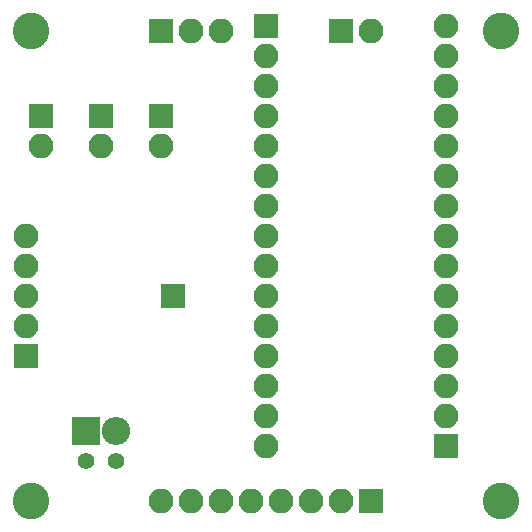
<source format=gbr>
G04 #@! TF.FileFunction,Soldermask,Bot*
%FSLAX46Y46*%
G04 Gerber Fmt 4.6, Leading zero omitted, Abs format (unit mm)*
G04 Created by KiCad (PCBNEW 4.0.5) date 08/12/17 16:39:25*
%MOMM*%
%LPD*%
G01*
G04 APERTURE LIST*
%ADD10C,0.100000*%
%ADD11R,2.100000X2.100000*%
%ADD12O,2.100000X2.100000*%
%ADD13O,2.398980X2.398980*%
%ADD14R,2.398980X2.398980*%
%ADD15C,1.400000*%
%ADD16C,3.100000*%
G04 APERTURE END LIST*
D10*
D11*
X120650000Y-88900000D03*
D12*
X120650000Y-91440000D03*
D13*
X116840000Y-115570000D03*
D14*
X114300000Y-115570000D03*
D15*
X114300000Y-118110000D03*
X116840000Y-118110000D03*
D11*
X144780000Y-116840000D03*
D12*
X144780000Y-114300000D03*
X144780000Y-111760000D03*
X144780000Y-109220000D03*
X144780000Y-106680000D03*
X144780000Y-104140000D03*
X144780000Y-101600000D03*
X144780000Y-99060000D03*
X144780000Y-96520000D03*
X144780000Y-93980000D03*
X144780000Y-91440000D03*
X144780000Y-88900000D03*
X144780000Y-86360000D03*
X144780000Y-83820000D03*
X144780000Y-81280000D03*
D11*
X129540000Y-81280000D03*
D12*
X129540000Y-83820000D03*
X129540000Y-86360000D03*
X129540000Y-88900000D03*
X129540000Y-91440000D03*
X129540000Y-93980000D03*
X129540000Y-96520000D03*
X129540000Y-99060000D03*
X129540000Y-101600000D03*
X129540000Y-104140000D03*
X129540000Y-106680000D03*
X129540000Y-109220000D03*
X129540000Y-111760000D03*
X129540000Y-114300000D03*
X129540000Y-116840000D03*
D11*
X138430000Y-121500000D03*
D12*
X135890000Y-121500000D03*
X133350000Y-121500000D03*
X130810000Y-121500000D03*
X128270000Y-121500000D03*
X125730000Y-121500000D03*
X123190000Y-121500000D03*
X120650000Y-121500000D03*
D11*
X115570000Y-88900000D03*
D12*
X115570000Y-91440000D03*
D11*
X109220000Y-109220000D03*
D12*
X109220000Y-106680000D03*
X109220000Y-104140000D03*
X109220000Y-101600000D03*
X109220000Y-99060000D03*
D11*
X121650000Y-104140000D03*
D16*
X109640000Y-81700000D03*
X149440000Y-81700000D03*
X149440000Y-121500000D03*
X109640000Y-121500000D03*
D11*
X135890000Y-81700000D03*
D12*
X138430000Y-81700000D03*
D11*
X120650000Y-81700000D03*
D12*
X123190000Y-81700000D03*
X125730000Y-81700000D03*
D11*
X110490000Y-88900000D03*
D12*
X110490000Y-91440000D03*
M02*

</source>
